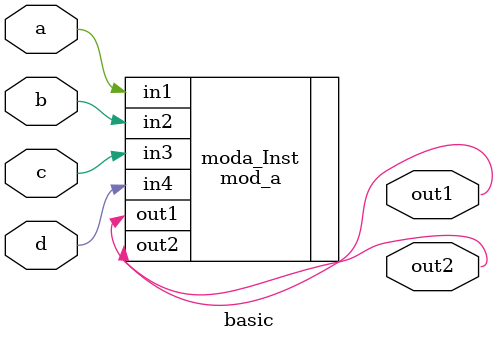
<source format=v>

module basic ( 
    input a, 
    input b, 
    input c,
    input d,
    output out1,
    output out2
);
    mod_a moda_Inst(.out1(out1), .out2(out2), .in1(a), .in2(b), .in3(c), .in4(d));
endmodule

</source>
